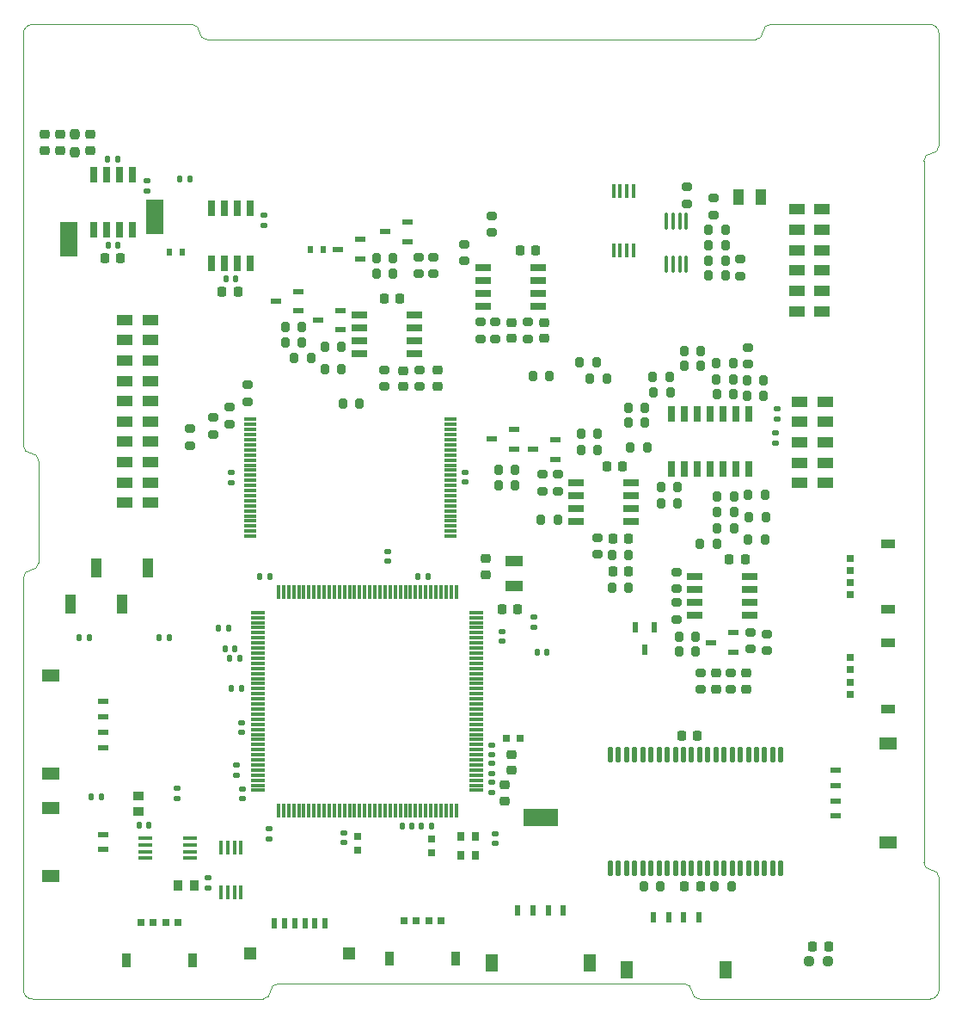
<source format=gtp>
%TF.GenerationSoftware,KiCad,Pcbnew,6.0.9*%
%TF.CreationDate,2023-07-28T14:51:24+03:00*%
%TF.ProjectId,obc-adcs-board,6f62632d-6164-4637-932d-626f6172642e,rev?*%
%TF.SameCoordinates,PX3e2df80PY83e4a60*%
%TF.FileFunction,Paste,Top*%
%TF.FilePolarity,Positive*%
%FSLAX46Y46*%
G04 Gerber Fmt 4.6, Leading zero omitted, Abs format (unit mm)*
G04 Created by KiCad (PCBNEW 6.0.9) date 2023-07-28 14:51:24*
%MOMM*%
%LPD*%
G01*
G04 APERTURE LIST*
G04 Aperture macros list*
%AMRoundRect*
0 Rectangle with rounded corners*
0 $1 Rounding radius*
0 $2 $3 $4 $5 $6 $7 $8 $9 X,Y pos of 4 corners*
0 Add a 4 corners polygon primitive as box body*
4,1,4,$2,$3,$4,$5,$6,$7,$8,$9,$2,$3,0*
0 Add four circle primitives for the rounded corners*
1,1,$1+$1,$2,$3*
1,1,$1+$1,$4,$5*
1,1,$1+$1,$6,$7*
1,1,$1+$1,$8,$9*
0 Add four rect primitives between the rounded corners*
20,1,$1+$1,$2,$3,$4,$5,0*
20,1,$1+$1,$4,$5,$6,$7,0*
20,1,$1+$1,$6,$7,$8,$9,0*
20,1,$1+$1,$8,$9,$2,$3,0*%
G04 Aperture macros list end*
%TA.AperFunction,Profile*%
%ADD10C,0.100000*%
%TD*%
%ADD11R,1.000000X0.600000*%
%ADD12R,1.800000X1.250000*%
%ADD13R,0.660000X0.650000*%
%ADD14R,0.850000X1.340000*%
%ADD15RoundRect,0.137500X0.137500X-0.625000X0.137500X0.625000X-0.137500X0.625000X-0.137500X-0.625000X0*%
%ADD16R,0.650000X1.528000*%
%ADD17RoundRect,0.200000X0.200000X0.275000X-0.200000X0.275000X-0.200000X-0.275000X0.200000X-0.275000X0*%
%ADD18RoundRect,0.200000X-0.200000X-0.275000X0.200000X-0.275000X0.200000X0.275000X-0.200000X0.275000X0*%
%ADD19R,0.620000X0.670000*%
%ADD20R,1.050000X0.600000*%
%ADD21RoundRect,0.140000X-0.140000X-0.170000X0.140000X-0.170000X0.140000X0.170000X-0.140000X0.170000X0*%
%ADD22R,1.500000X1.000000*%
%ADD23R,1.020000X0.940000*%
%ADD24RoundRect,0.200000X0.275000X-0.200000X0.275000X0.200000X-0.275000X0.200000X-0.275000X-0.200000X0*%
%ADD25R,0.940000X1.020000*%
%ADD26RoundRect,0.140000X-0.170000X0.140000X-0.170000X-0.140000X0.170000X-0.140000X0.170000X0.140000X0*%
%ADD27RoundRect,0.225000X-0.250000X0.225000X-0.250000X-0.225000X0.250000X-0.225000X0.250000X0.225000X0*%
%ADD28R,1.475000X0.300000*%
%ADD29R,0.300000X1.475000*%
%ADD30R,1.400000X0.450000*%
%ADD31RoundRect,0.135000X-0.135000X-0.185000X0.135000X-0.185000X0.135000X0.185000X-0.135000X0.185000X0*%
%ADD32RoundRect,0.135000X0.135000X0.185000X-0.135000X0.185000X-0.135000X-0.185000X0.135000X-0.185000X0*%
%ADD33RoundRect,0.225000X-0.225000X-0.250000X0.225000X-0.250000X0.225000X0.250000X-0.225000X0.250000X0*%
%ADD34R,0.800000X0.900000*%
%ADD35RoundRect,0.140000X0.140000X0.170000X-0.140000X0.170000X-0.140000X-0.170000X0.140000X-0.170000X0*%
%ADD36R,1.528000X0.650000*%
%ADD37RoundRect,0.200000X-0.275000X0.200000X-0.275000X-0.200000X0.275000X-0.200000X0.275000X0.200000X0*%
%ADD38RoundRect,0.135000X-0.185000X0.135000X-0.185000X-0.135000X0.185000X-0.135000X0.185000X0.135000X0*%
%ADD39RoundRect,0.140000X0.170000X-0.140000X0.170000X0.140000X-0.170000X0.140000X-0.170000X-0.140000X0*%
%ADD40R,1.020000X1.905000*%
%ADD41R,0.700000X0.650000*%
%ADD42R,0.600000X1.000000*%
%ADD43R,1.250000X1.800000*%
%ADD44R,0.450000X1.400000*%
%ADD45R,0.650000X1.525000*%
%ADD46RoundRect,0.237500X-0.237500X0.250000X-0.237500X-0.250000X0.237500X-0.250000X0.237500X0.250000X0*%
%ADD47R,1.800000X1.000000*%
%ADD48RoundRect,0.135000X0.185000X-0.135000X0.185000X0.135000X-0.185000X0.135000X-0.185000X-0.135000X0*%
%ADD49R,0.550000X1.000000*%
%ADD50R,1.260000X1.300000*%
%ADD51RoundRect,0.225000X0.225000X0.250000X-0.225000X0.250000X-0.225000X-0.250000X0.225000X-0.250000X0*%
%ADD52R,1.780000X3.430000*%
%ADD53RoundRect,0.100000X0.100000X-0.712500X0.100000X0.712500X-0.100000X0.712500X-0.100000X-0.712500X0*%
%ADD54RoundRect,0.225000X0.250000X-0.225000X0.250000X0.225000X-0.250000X0.225000X-0.250000X-0.225000X0*%
%ADD55R,0.650000X0.660000*%
%ADD56R,1.340000X0.850000*%
%ADD57R,1.300000X0.300000*%
%ADD58R,1.000000X1.500000*%
%ADD59R,0.600000X1.050000*%
%ADD60R,0.450000X1.475000*%
%ADD61RoundRect,0.237500X0.250000X0.237500X-0.250000X0.237500X-0.250000X-0.237500X0.250000X-0.237500X0*%
%ADD62R,3.430000X1.780000*%
%ADD63R,0.650000X0.700000*%
G04 APERTURE END LIST*
D10*
X1600000Y43065000D02*
X1600000Y53065000D01*
X66685000Y120000D02*
X89370000Y120000D01*
X850000Y42315000D02*
G75*
G03*
X100000Y41565000I0J-750000D01*
G01*
X65935000Y870000D02*
G75*
G03*
X65185000Y1620000I-750000J0D01*
G01*
X72185000Y94510000D02*
G75*
G03*
X72935000Y95260000I0J750000D01*
G01*
X90270000Y12065000D02*
X90270000Y1020000D01*
X850000Y42315000D02*
G75*
G03*
X1600000Y43065000I0J750000D01*
G01*
X25185000Y1620000D02*
G75*
G03*
X24435000Y870000I0J-750000D01*
G01*
X18185000Y94510000D02*
X72185000Y94510000D01*
X100000Y41565000D02*
X100000Y1010000D01*
X73685000Y96010000D02*
G75*
G03*
X72935000Y95260000I0J-750000D01*
G01*
X1000000Y96010000D02*
G75*
G03*
X100000Y95110000I0J-900000D01*
G01*
X100000Y1010000D02*
G75*
G03*
X1000000Y110000I900000J0D01*
G01*
X88770000Y13565000D02*
X88770000Y82565000D01*
X90270000Y12065000D02*
G75*
G03*
X89520000Y12815000I-750000J0D01*
G01*
X89520000Y83315000D02*
G75*
G03*
X88770000Y82565000I0J-750000D01*
G01*
X88770000Y13565000D02*
G75*
G03*
X89520000Y12815000I750000J0D01*
G01*
X25185000Y1620000D02*
X65185000Y1620000D01*
X73685000Y96010000D02*
X89370000Y96010000D01*
X89520000Y83315000D02*
G75*
G03*
X90270000Y84065000I0J750000D01*
G01*
X89370000Y120000D02*
G75*
G03*
X90270000Y1020000I0J900000D01*
G01*
X1600000Y53065000D02*
G75*
G03*
X850000Y53815000I-750000J0D01*
G01*
X23685000Y120000D02*
G75*
G03*
X24435000Y870000I0J750000D01*
G01*
X90270000Y95110000D02*
G75*
G03*
X89370000Y96010000I-900000J0D01*
G01*
X17435000Y95260000D02*
G75*
G03*
X18185000Y94510000I750000J0D01*
G01*
X100000Y54565000D02*
G75*
G03*
X850000Y53815000I750000J0D01*
G01*
X1000000Y96010000D02*
X16685000Y96010000D01*
X90270000Y95110000D02*
X90270000Y84065000D01*
X100000Y95110000D02*
X100000Y54565000D01*
X17435000Y95260000D02*
G75*
G03*
X16685000Y96010000I-750000J0D01*
G01*
X23685000Y120000D02*
X1000000Y110000D01*
X65935000Y870000D02*
G75*
G03*
X66685000Y120000I750000J0D01*
G01*
D11*
%TO.C,J13*%
X7990000Y16310000D03*
X7990000Y14810000D03*
D12*
X2800000Y12180000D03*
X2800000Y18940000D03*
%TD*%
D13*
%TO.C,J6*%
X37600000Y7825000D03*
X38800000Y7825000D03*
X40000000Y7825000D03*
X41200000Y7825000D03*
D14*
X36175000Y4120000D03*
X42625000Y4120000D03*
%TD*%
D15*
%TO.C,U7*%
X57900960Y12999279D03*
X58700960Y12999279D03*
X59500960Y12999279D03*
X60300960Y12999279D03*
X61100960Y12999279D03*
X61900960Y12999279D03*
X62700960Y12999279D03*
X63500960Y12999279D03*
X64300960Y12999279D03*
X65100960Y12999279D03*
X65900960Y12999279D03*
X66700960Y12999279D03*
X67500960Y12999279D03*
X68300960Y12999279D03*
X69100960Y12999279D03*
X69900960Y12999279D03*
X70700960Y12999279D03*
X71500960Y12999279D03*
X72300960Y12999279D03*
X73100960Y12999279D03*
X73900960Y12999279D03*
X74700960Y12999279D03*
X74700960Y24174279D03*
X73900960Y24174279D03*
X73100960Y24174279D03*
X72300960Y24174279D03*
X71500960Y24174279D03*
X70700960Y24174279D03*
X69900960Y24174279D03*
X69100960Y24174279D03*
X68300960Y24174279D03*
X67500960Y24174279D03*
X66700960Y24174279D03*
X65900960Y24174279D03*
X65100960Y24174279D03*
X64300960Y24174279D03*
X63500960Y24174279D03*
X62700960Y24174279D03*
X61900960Y24174279D03*
X61100960Y24174279D03*
X60300960Y24174279D03*
X59500960Y24174279D03*
X58700960Y24174279D03*
X57900960Y24174279D03*
%TD*%
D16*
%TO.C,U18*%
X6995000Y75789000D03*
X8265000Y75789000D03*
X9535000Y75789000D03*
X10805000Y75789000D03*
X10805000Y81211000D03*
X9535000Y81211000D03*
X8265000Y81211000D03*
X6995000Y81211000D03*
%TD*%
D17*
%TO.C,R65*%
X70075960Y49550000D03*
X68425960Y49550000D03*
%TD*%
D18*
%TO.C,R90*%
X46875960Y50700000D03*
X48525960Y50700000D03*
%TD*%
D19*
%TO.C,F11*%
X29625000Y73900000D03*
X28375000Y73900000D03*
%TD*%
D20*
%TO.C,Q8*%
X48400000Y54250000D03*
X48400000Y56150000D03*
X46200000Y55200000D03*
%TD*%
D17*
%TO.C,R83*%
X28425000Y63200000D03*
X26775000Y63200000D03*
%TD*%
%TO.C,R117*%
X68375000Y44900000D03*
X66725000Y44900000D03*
%TD*%
D21*
%TO.C,C45*%
X37420000Y17150000D03*
X38380000Y17150000D03*
%TD*%
D22*
%TO.C,J12*%
X76250000Y77800000D03*
X76250000Y75800000D03*
X76250000Y73800000D03*
X76250000Y71800000D03*
X76250000Y69800000D03*
X76250000Y67800000D03*
X78750000Y77800000D03*
X78750000Y75800000D03*
X78750000Y73800000D03*
X78750000Y71800000D03*
X78750000Y69800000D03*
X78750000Y67800000D03*
%TD*%
D23*
%TO.C,F13*%
X11400000Y20110000D03*
X11400000Y18530000D03*
%TD*%
D24*
%TO.C,R46*%
X65400000Y78375000D03*
X65400000Y80025000D03*
%TD*%
D25*
%TO.C,F14*%
X15360000Y11250000D03*
X16940000Y11250000D03*
%TD*%
D24*
%TO.C,R102*%
X49800960Y65075000D03*
X49800960Y66725000D03*
%TD*%
D26*
%TO.C,C59*%
X31700000Y16480000D03*
X31700000Y15520000D03*
%TD*%
D27*
%TO.C,C100*%
X6700000Y85175000D03*
X6700000Y83625000D03*
%TD*%
D28*
%TO.C,U16*%
X44703242Y20649040D03*
X44703242Y21149040D03*
X44703242Y21649040D03*
X44703242Y22149040D03*
X44703242Y22649040D03*
X44703242Y23149040D03*
X44703242Y23649040D03*
X44703242Y24149040D03*
X44703242Y24649040D03*
X44703242Y25149040D03*
X44703242Y25649040D03*
X44703242Y26149040D03*
X44703242Y26649040D03*
X44703242Y27149040D03*
X44703242Y27649040D03*
X44703242Y28149040D03*
X44703242Y28649040D03*
X44703242Y29149040D03*
X44703242Y29649040D03*
X44703242Y30149040D03*
X44703242Y30649040D03*
X44703242Y31149040D03*
X44703242Y31649040D03*
X44703242Y32149040D03*
X44703242Y32649040D03*
X44703242Y33149040D03*
X44703242Y33649040D03*
X44703242Y34149040D03*
X44703242Y34649040D03*
X44703242Y35149040D03*
X44703242Y35649040D03*
X44703242Y36149040D03*
X44703242Y36649040D03*
X44703242Y37149040D03*
X44703242Y37649040D03*
X44703242Y38149040D03*
D29*
X42715242Y40137040D03*
X42215242Y40137040D03*
X41715242Y40137040D03*
X41215242Y40137040D03*
X40715242Y40137040D03*
X40215242Y40137040D03*
X39715242Y40137040D03*
X39215242Y40137040D03*
X38715242Y40137040D03*
X38215242Y40137040D03*
X37715242Y40137040D03*
X37215242Y40137040D03*
X36715242Y40137040D03*
X36215242Y40137040D03*
X35715242Y40137040D03*
X35215242Y40137040D03*
X34715242Y40137040D03*
X34215242Y40137040D03*
X33715242Y40137040D03*
X33215242Y40137040D03*
X32715242Y40137040D03*
X32215242Y40137040D03*
X31715242Y40137040D03*
X31215242Y40137040D03*
X30715242Y40137040D03*
X30215242Y40137040D03*
X29715242Y40137040D03*
X29215242Y40137040D03*
X28715242Y40137040D03*
X28215242Y40137040D03*
X27715242Y40137040D03*
X27215242Y40137040D03*
X26715242Y40137040D03*
X26215242Y40137040D03*
X25715242Y40137040D03*
X25215242Y40137040D03*
D28*
X23227242Y38149040D03*
X23227242Y37649040D03*
X23227242Y37149040D03*
X23227242Y36649040D03*
X23227242Y36149040D03*
X23227242Y35649040D03*
X23227242Y35149040D03*
X23227242Y34649040D03*
X23227242Y34149040D03*
X23227242Y33649040D03*
X23227242Y33149040D03*
X23227242Y32649040D03*
X23227242Y32149040D03*
X23227242Y31649040D03*
X23227242Y31149040D03*
X23227242Y30649040D03*
X23227242Y30149040D03*
X23227242Y29649040D03*
X23227242Y29149040D03*
X23227242Y28649040D03*
X23227242Y28149040D03*
X23227242Y27649040D03*
X23227242Y27149040D03*
X23227242Y26649040D03*
X23227242Y26149040D03*
X23227242Y25649040D03*
X23227242Y25149040D03*
X23227242Y24649040D03*
X23227242Y24149040D03*
X23227242Y23649040D03*
X23227242Y23149040D03*
X23227242Y22649040D03*
X23227242Y22149040D03*
X23227242Y21649040D03*
X23227242Y21149040D03*
X23227242Y20649040D03*
D29*
X25215242Y18661040D03*
X25715242Y18661040D03*
X26215242Y18661040D03*
X26715242Y18661040D03*
X27215242Y18661040D03*
X27715242Y18661040D03*
X28215242Y18661040D03*
X28715242Y18661040D03*
X29215242Y18661040D03*
X29715242Y18661040D03*
X30215242Y18661040D03*
X30715242Y18661040D03*
X31215242Y18661040D03*
X31715242Y18661040D03*
X32215242Y18661040D03*
X32715242Y18661040D03*
X33215242Y18661040D03*
X33715242Y18661040D03*
X34215242Y18661040D03*
X34715242Y18661040D03*
X35215242Y18661040D03*
X35715242Y18661040D03*
X36215242Y18661040D03*
X36715242Y18661040D03*
X37215242Y18661040D03*
X37715242Y18661040D03*
X38215242Y18661040D03*
X38715242Y18661040D03*
X39215242Y18661040D03*
X39715242Y18661040D03*
X40215242Y18661040D03*
X40715242Y18661040D03*
X41215242Y18661040D03*
X41715242Y18661040D03*
X42215242Y18661040D03*
X42715242Y18661040D03*
%TD*%
D19*
%TO.C,F12*%
X15725000Y73600000D03*
X14475000Y73600000D03*
%TD*%
D24*
%TO.C,R101*%
X39125960Y60361779D03*
X39125960Y62011779D03*
%TD*%
D30*
%TO.C,U19*%
X16500000Y13975000D03*
X16500000Y14625000D03*
X16500000Y15275000D03*
X16500000Y15925000D03*
X12100000Y15925000D03*
X12100000Y15275000D03*
X12100000Y14625000D03*
X12100000Y13975000D03*
%TD*%
D18*
%TO.C,R56*%
X65175000Y62400000D03*
X66825000Y62400000D03*
%TD*%
D31*
%TO.C,R37*%
X19290000Y36600000D03*
X20310000Y36600000D03*
%TD*%
D32*
%TO.C,R130*%
X6600000Y35710000D03*
X5580000Y35710000D03*
%TD*%
D33*
%TO.C,C67*%
X69625000Y43350000D03*
X71175000Y43350000D03*
%TD*%
D34*
%TO.C,Y3*%
X44625000Y14275000D03*
X44625000Y16125000D03*
X43175000Y16125000D03*
X43175000Y14275000D03*
%TD*%
D35*
%TO.C,C64*%
X9380000Y74250000D03*
X8420000Y74250000D03*
%TD*%
D24*
%TO.C,R78*%
X40500000Y71475000D03*
X40500000Y73125000D03*
%TD*%
D17*
%TO.C,R59*%
X56650000Y54100000D03*
X55000000Y54100000D03*
%TD*%
D36*
%TO.C,IC2*%
X66189000Y41705000D03*
X66189000Y40435000D03*
X66189000Y39165000D03*
X66189000Y37895000D03*
X71611000Y37895000D03*
X71611000Y39165000D03*
X71611000Y40435000D03*
X71611000Y41705000D03*
%TD*%
D27*
%TO.C,C71*%
X37525960Y61961779D03*
X37525960Y60411779D03*
%TD*%
D20*
%TO.C,Q6*%
X31300000Y65950000D03*
X31300000Y67850000D03*
X29100000Y66900000D03*
%TD*%
D32*
%TO.C,R18*%
X9390000Y82760000D03*
X8370000Y82760000D03*
%TD*%
D37*
%TO.C,R3*%
X16500000Y56225000D03*
X16500000Y54575000D03*
%TD*%
D38*
%TO.C,R126*%
X74200000Y55860000D03*
X74200000Y54840000D03*
%TD*%
D24*
%TO.C,R99*%
X66800000Y30575000D03*
X66800000Y32225000D03*
%TD*%
D18*
%TO.C,R72*%
X62175000Y59800000D03*
X63825000Y59800000D03*
%TD*%
D39*
%TO.C,C60*%
X21625000Y26320000D03*
X21625000Y27280000D03*
%TD*%
D26*
%TO.C,C57*%
X46200000Y25130000D03*
X46200000Y24170000D03*
%TD*%
D40*
%TO.C,J15*%
X12370000Y42518000D03*
X9830000Y38962000D03*
X7290000Y42518000D03*
X4750000Y38962000D03*
%TD*%
D37*
%TO.C,R79*%
X39000000Y73125000D03*
X39000000Y71475000D03*
%TD*%
D27*
%TO.C,C98*%
X2200000Y85175000D03*
X2200000Y83625000D03*
%TD*%
D18*
%TO.C,R55*%
X54875000Y62800000D03*
X56525000Y62800000D03*
%TD*%
D41*
%TO.C,FL6*%
X33000000Y14725000D03*
X33000000Y16075000D03*
%TD*%
D17*
%TO.C,R67*%
X70025000Y59600000D03*
X68375000Y59600000D03*
%TD*%
D37*
%TO.C,R75*%
X64400000Y42125000D03*
X64400000Y40475000D03*
%TD*%
%TO.C,R119*%
X46200000Y77175000D03*
X46200000Y75525000D03*
%TD*%
%TO.C,R81*%
X43550000Y74375000D03*
X43550000Y72725000D03*
%TD*%
D26*
%TO.C,C62*%
X46250000Y21430000D03*
X46250000Y20470000D03*
%TD*%
D18*
%TO.C,R52*%
X59675000Y56800000D03*
X61325000Y56800000D03*
%TD*%
D37*
%TO.C,R40*%
X68100000Y78925000D03*
X68100000Y77275000D03*
%TD*%
D35*
%TO.C,C58*%
X40280000Y17150000D03*
X39320000Y17150000D03*
%TD*%
D42*
%TO.C,J10*%
X48790000Y8820000D03*
X50290000Y8820000D03*
X51790000Y8820000D03*
X53290000Y8820000D03*
D43*
X46185000Y3630000D03*
X55895000Y3630000D03*
%TD*%
D37*
%TO.C,R77*%
X51200000Y51725000D03*
X51200000Y50075000D03*
%TD*%
D17*
%TO.C,R63*%
X57525000Y61200000D03*
X55875000Y61200000D03*
%TD*%
D24*
%TO.C,R80*%
X56600000Y43875000D03*
X56600000Y45525000D03*
%TD*%
D38*
%TO.C,R48*%
X24300000Y16910000D03*
X24300000Y15890000D03*
%TD*%
D37*
%TO.C,R6*%
X22200000Y60525000D03*
X22200000Y58875000D03*
%TD*%
D18*
%TO.C,R64*%
X62075000Y61300000D03*
X63725000Y61300000D03*
%TD*%
D44*
%TO.C,U20*%
X21525000Y15000000D03*
X20875000Y15000000D03*
X20225000Y15000000D03*
X19575000Y15000000D03*
X19575000Y10600000D03*
X20225000Y10600000D03*
X20875000Y10600000D03*
X21525000Y10600000D03*
%TD*%
D18*
%TO.C,R91*%
X34875000Y71500000D03*
X36525000Y71500000D03*
%TD*%
D45*
%TO.C,IC6*%
X63890000Y52288000D03*
X65160000Y52288000D03*
X66430000Y52288000D03*
X67700000Y52288000D03*
X68970000Y52288000D03*
X70240000Y52288000D03*
X71510000Y52288000D03*
X71510000Y57712000D03*
X70240000Y57712000D03*
X68970000Y57712000D03*
X67700000Y57712000D03*
X66430000Y57712000D03*
X65160000Y57712000D03*
X63890000Y57712000D03*
%TD*%
D46*
%TO.C,R129*%
X5200000Y85212500D03*
X5200000Y83387500D03*
%TD*%
D17*
%TO.C,R58*%
X73225000Y47550000D03*
X71575000Y47550000D03*
%TD*%
D31*
%TO.C,R38*%
X20590000Y30700000D03*
X21610000Y30700000D03*
%TD*%
D20*
%TO.C,Q10*%
X27200000Y67850000D03*
X27200000Y69750000D03*
X25000000Y68800000D03*
%TD*%
D18*
%TO.C,R2*%
X68175000Y11200000D03*
X69825000Y11200000D03*
%TD*%
D37*
%TO.C,R85*%
X64400000Y39125000D03*
X64400000Y37475000D03*
%TD*%
D33*
%TO.C,C43*%
X47225000Y38500000D03*
X48775000Y38500000D03*
%TD*%
D18*
%TO.C,R84*%
X31575000Y58700000D03*
X33225000Y58700000D03*
%TD*%
D20*
%TO.C,Q5*%
X37900000Y74650000D03*
X37900000Y76550000D03*
X35700000Y75600000D03*
%TD*%
D17*
%TO.C,R68*%
X66825960Y63900000D03*
X65175960Y63900000D03*
%TD*%
D47*
%TO.C,Y4*%
X48400000Y40750000D03*
X48400000Y43250000D03*
%TD*%
D48*
%TO.C,R124*%
X23800000Y76190000D03*
X23800000Y77210000D03*
%TD*%
%TO.C,R47*%
X21100000Y22130000D03*
X21100000Y23150000D03*
%TD*%
D31*
%TO.C,R13*%
X15510000Y80790000D03*
X16530000Y80790000D03*
%TD*%
D20*
%TO.C,Q3*%
X70050960Y34250000D03*
X70050960Y36150000D03*
X67850960Y35200000D03*
%TD*%
D49*
%TO.C,J16*%
X24820000Y7575000D03*
X25820000Y7575000D03*
X26820000Y7575000D03*
X27820000Y7575000D03*
X28820000Y7575000D03*
X29820000Y7575000D03*
D50*
X22445000Y4585000D03*
X32195000Y4585000D03*
%TD*%
D35*
%TO.C,C55*%
X21380000Y33650000D03*
X20420000Y33650000D03*
%TD*%
D27*
%TO.C,C72*%
X48200960Y66675000D03*
X48200960Y65125000D03*
%TD*%
D17*
%TO.C,R62*%
X73000960Y61000000D03*
X71350960Y61000000D03*
%TD*%
D51*
%TO.C,C27*%
X66475000Y26000000D03*
X64925000Y26000000D03*
%TD*%
D27*
%TO.C,C77*%
X71300000Y32175000D03*
X71300000Y30625000D03*
%TD*%
D37*
%TO.C,R73*%
X71700000Y36225000D03*
X71700000Y34575000D03*
%TD*%
D18*
%TO.C,R95*%
X34875000Y73000000D03*
X36525000Y73000000D03*
%TD*%
D38*
%TO.C,R127*%
X74300000Y58210000D03*
X74300000Y57190000D03*
%TD*%
D18*
%TO.C,R93*%
X64675000Y35800000D03*
X66325000Y35800000D03*
%TD*%
D35*
%TO.C,C52*%
X24340000Y41690000D03*
X23380000Y41690000D03*
%TD*%
D52*
%TO.C,TP22*%
X4600000Y74900000D03*
%TD*%
D18*
%TO.C,R89*%
X64675000Y34300000D03*
X66325000Y34300000D03*
%TD*%
D53*
%TO.C,U8*%
X63425000Y72387500D03*
X64075000Y72387500D03*
X64725000Y72387500D03*
X65375000Y72387500D03*
X65375000Y76612500D03*
X64725000Y76612500D03*
X64075000Y76612500D03*
X63425000Y76612500D03*
%TD*%
D18*
%TO.C,R100*%
X58075000Y40600000D03*
X59725000Y40600000D03*
%TD*%
D51*
%TO.C,C95*%
X21225000Y69750000D03*
X19675000Y69750000D03*
%TD*%
D17*
%TO.C,R104*%
X59725000Y43800000D03*
X58075000Y43800000D03*
%TD*%
D35*
%TO.C,C54*%
X20930000Y34600000D03*
X19970000Y34600000D03*
%TD*%
D54*
%TO.C,C75*%
X40900000Y60425000D03*
X40900000Y61975000D03*
%TD*%
D35*
%TO.C,C50*%
X39930000Y41650000D03*
X38970000Y41650000D03*
%TD*%
D33*
%TO.C,C70*%
X35600000Y69050000D03*
X37150000Y69050000D03*
%TD*%
D55*
%TO.C,J3*%
X81565000Y30100000D03*
X81565000Y31300000D03*
X81565000Y32500000D03*
X81565000Y33700000D03*
D56*
X85270000Y28675000D03*
X85270000Y35125000D03*
%TD*%
D41*
%TO.C,FL4*%
X40300000Y14475000D03*
X40300000Y15825000D03*
%TD*%
D11*
%TO.C,J11*%
X7965000Y29370000D03*
X7965000Y27870000D03*
X7965000Y26370000D03*
X7965000Y24870000D03*
D12*
X2775000Y31975000D03*
X2775000Y22265000D03*
%TD*%
D51*
%TO.C,C78*%
X59675000Y45400000D03*
X58125000Y45400000D03*
%TD*%
D17*
%TO.C,R42*%
X69225000Y75800000D03*
X67575000Y75800000D03*
%TD*%
D18*
%TO.C,R44*%
X67575000Y74300000D03*
X69225000Y74300000D03*
%TD*%
D52*
%TO.C,TP12*%
X13000000Y77110000D03*
%TD*%
D27*
%TO.C,C56*%
X47500000Y21175000D03*
X47500000Y19625000D03*
%TD*%
D37*
%TO.C,R41*%
X70700000Y72925000D03*
X70700000Y71275000D03*
%TD*%
D18*
%TO.C,R60*%
X62875000Y48900000D03*
X64525000Y48900000D03*
%TD*%
D16*
%TO.C,U17*%
X18595000Y72489000D03*
X19865000Y72489000D03*
X21135000Y72489000D03*
X22405000Y72489000D03*
X22405000Y77911000D03*
X21135000Y77911000D03*
X19865000Y77911000D03*
X18595000Y77911000D03*
%TD*%
D39*
%TO.C,C66*%
X18250000Y11070000D03*
X18250000Y12030000D03*
%TD*%
D18*
%TO.C,R96*%
X25875000Y66200000D03*
X27525000Y66200000D03*
%TD*%
D17*
%TO.C,R43*%
X69225000Y71300000D03*
X67575000Y71300000D03*
%TD*%
D18*
%TO.C,R54*%
X68350960Y61100000D03*
X70000960Y61100000D03*
%TD*%
D57*
%TO.C,IC1*%
X22465242Y57149040D03*
X22465242Y56649040D03*
X22465242Y56149040D03*
X22465242Y55649040D03*
X22465242Y55149040D03*
X22465242Y54649040D03*
X22465242Y54149040D03*
X22465242Y53649040D03*
X22465242Y53149040D03*
X22465242Y52649040D03*
X22465242Y52149040D03*
X22465242Y51649040D03*
X22465242Y51149040D03*
X22465242Y50649040D03*
X22465242Y50149040D03*
X22465242Y49649040D03*
X22465242Y49149040D03*
X22465242Y48649040D03*
X22465242Y48149040D03*
X22465242Y47649040D03*
X22465242Y47149040D03*
X22465242Y46649040D03*
X22465242Y46149040D03*
X22465242Y45649040D03*
X42165242Y45649040D03*
X42165242Y46149040D03*
X42165242Y46649040D03*
X42165242Y47149040D03*
X42165242Y47649040D03*
X42165242Y48149040D03*
X42165242Y48649040D03*
X42165242Y49149040D03*
X42165242Y49649040D03*
X42165242Y50149040D03*
X42165242Y50649040D03*
X42165242Y51149040D03*
X42165242Y51649040D03*
X42165242Y52149040D03*
X42165242Y52649040D03*
X42165242Y53149040D03*
X42165242Y53649040D03*
X42165242Y54149040D03*
X42165242Y54649040D03*
X42165242Y55149040D03*
X42165242Y55649040D03*
X42165242Y56149040D03*
X42165242Y56649040D03*
X42165242Y57149040D03*
%TD*%
D18*
%TO.C,R86*%
X51075000Y47300000D03*
X52725000Y47300000D03*
%TD*%
%TO.C,R92*%
X25875000Y64700000D03*
X27525000Y64700000D03*
%TD*%
D58*
%TO.C,F5*%
X72700000Y79000000D03*
X70500000Y79000000D03*
%TD*%
D26*
%TO.C,C61*%
X21700000Y20780000D03*
X21700000Y19820000D03*
%TD*%
D22*
%TO.C,J17*%
X12595000Y48940000D03*
X12595000Y50940000D03*
X12595000Y52940000D03*
X12595000Y54940000D03*
X12595000Y56940000D03*
X12595000Y58940000D03*
X12595000Y60940000D03*
X12595000Y62940000D03*
X12595000Y64940000D03*
X12595000Y66940000D03*
X10095000Y48940000D03*
X10095000Y50940000D03*
X10095000Y52940000D03*
X10095000Y54940000D03*
X10095000Y56940000D03*
X10095000Y58940000D03*
X10095000Y60940000D03*
X10095000Y62940000D03*
X10095000Y64940000D03*
X10095000Y66940000D03*
%TD*%
D32*
%TO.C,R131*%
X7750000Y20050000D03*
X6730000Y20050000D03*
%TD*%
D24*
%TO.C,R74*%
X73300000Y34375000D03*
X73300000Y36025000D03*
%TD*%
D18*
%TO.C,R118*%
X55000000Y55700000D03*
X56650000Y55700000D03*
%TD*%
D33*
%TO.C,C69*%
X49025000Y73750000D03*
X50575000Y73750000D03*
%TD*%
D18*
%TO.C,R88*%
X29775000Y62100000D03*
X31425000Y62100000D03*
%TD*%
D13*
%TO.C,J4*%
X11700000Y7635000D03*
X12900000Y7635000D03*
X14100000Y7635000D03*
X15300000Y7635000D03*
D14*
X10275000Y3930000D03*
X16725000Y3930000D03*
%TD*%
D24*
%TO.C,R61*%
X71475960Y62575000D03*
X71475960Y64225000D03*
%TD*%
D11*
%TO.C,J14*%
X80080000Y18130000D03*
X80080000Y19630000D03*
X80080000Y21130000D03*
X80080000Y22630000D03*
D12*
X85270000Y15525000D03*
X85270000Y25235000D03*
%TD*%
D18*
%TO.C,R1*%
X61175960Y11200000D03*
X62825960Y11200000D03*
%TD*%
D48*
%TO.C,R125*%
X12260000Y79650000D03*
X12260000Y80670000D03*
%TD*%
D59*
%TO.C,Q7*%
X62250000Y36700000D03*
X60350000Y36700000D03*
X61300000Y34500000D03*
%TD*%
D22*
%TO.C,J7*%
X76550000Y58900000D03*
X76550000Y56900000D03*
X76550000Y54900000D03*
X76550000Y52900000D03*
X76550000Y50900000D03*
X79050000Y58900000D03*
X79050000Y56900000D03*
X79050000Y54900000D03*
X79050000Y52900000D03*
X79050000Y50900000D03*
%TD*%
D18*
%TO.C,R53*%
X68325960Y62700000D03*
X69975960Y62700000D03*
%TD*%
%TO.C,R45*%
X67575000Y72800000D03*
X69225000Y72800000D03*
%TD*%
%TO.C,R120*%
X50275000Y61400000D03*
X51925000Y61400000D03*
%TD*%
D54*
%TO.C,C76*%
X51400000Y65125000D03*
X51400000Y66675000D03*
%TD*%
D33*
%TO.C,C74*%
X58125000Y42200000D03*
X59675000Y42200000D03*
%TD*%
D17*
%TO.C,R71*%
X73000960Y59500000D03*
X71350960Y59500000D03*
%TD*%
D20*
%TO.C,Q9*%
X33300000Y72950000D03*
X33300000Y74850000D03*
X31100000Y73900000D03*
%TD*%
D37*
%TO.C,R4*%
X18800000Y57325000D03*
X18800000Y55675000D03*
%TD*%
D18*
%TO.C,R50*%
X68425000Y48000000D03*
X70075000Y48000000D03*
%TD*%
%TO.C,R51*%
X59675000Y58300000D03*
X61325000Y58300000D03*
%TD*%
D39*
%TO.C,C46*%
X47200000Y35320000D03*
X47200000Y36280000D03*
%TD*%
D26*
%TO.C,C2*%
X43600000Y51930000D03*
X43600000Y50970000D03*
%TD*%
D51*
%TO.C,C97*%
X79375000Y5300000D03*
X77825000Y5300000D03*
%TD*%
D54*
%TO.C,C73*%
X68300000Y30625000D03*
X68300000Y32175000D03*
%TD*%
D55*
%TO.C,J2*%
X81565000Y39900000D03*
X81565000Y41100000D03*
X81565000Y42300000D03*
X81565000Y43500000D03*
D56*
X85270000Y38475000D03*
X85270000Y44925000D03*
%TD*%
D24*
%TO.C,R87*%
X45100000Y65075000D03*
X45100000Y66725000D03*
%TD*%
%TO.C,R76*%
X52700000Y50075000D03*
X52700000Y51725000D03*
%TD*%
D31*
%TO.C,R12*%
X13430000Y35710000D03*
X14450000Y35710000D03*
%TD*%
D60*
%TO.C,Q1*%
X60175000Y79638000D03*
X59525000Y79638000D03*
X58875000Y79638000D03*
X58225000Y79638000D03*
X58225000Y73762000D03*
X58875000Y73762000D03*
X59525000Y73762000D03*
X60175000Y73762000D03*
%TD*%
D27*
%TO.C,C102*%
X3700000Y85175000D03*
X3700000Y83625000D03*
%TD*%
D33*
%TO.C,C68*%
X57525000Y52550000D03*
X59075000Y52550000D03*
%TD*%
D39*
%TO.C,C48*%
X46250000Y22320000D03*
X46250000Y23280000D03*
%TD*%
D17*
%TO.C,R66*%
X61525000Y54400000D03*
X59875000Y54400000D03*
%TD*%
D37*
%TO.C,R98*%
X46600000Y66725000D03*
X46600000Y65075000D03*
%TD*%
D26*
%TO.C,C93*%
X46600000Y16380000D03*
X46600000Y15420000D03*
%TD*%
D42*
%TO.C,J9*%
X62140000Y8145000D03*
X63640000Y8145000D03*
X65140000Y8145000D03*
X66640000Y8145000D03*
D43*
X59535000Y2955000D03*
X69245000Y2955000D03*
%TD*%
D39*
%TO.C,C51*%
X50400000Y36720000D03*
X50400000Y37680000D03*
%TD*%
D61*
%TO.C,R128*%
X79312500Y3800000D03*
X77487500Y3800000D03*
%TD*%
D54*
%TO.C,C49*%
X48200000Y22635000D03*
X48200000Y24185000D03*
%TD*%
D37*
%TO.C,R5*%
X20400000Y58325000D03*
X20400000Y56675000D03*
%TD*%
D39*
%TO.C,C53*%
X36000000Y43220000D03*
X36000000Y44180000D03*
%TD*%
D62*
%TO.C,TP3*%
X51050000Y18000000D03*
%TD*%
D21*
%TO.C,C65*%
X11520000Y17250000D03*
X12480000Y17250000D03*
%TD*%
D38*
%TO.C,C1*%
X20600000Y51910000D03*
X20600000Y50890000D03*
%TD*%
D17*
%TO.C,R82*%
X31425000Y64300000D03*
X29775000Y64300000D03*
%TD*%
D54*
%TO.C,C44*%
X45660000Y41880000D03*
X45660000Y43430000D03*
%TD*%
D36*
%TO.C,IC4*%
X45389000Y72105000D03*
X45389000Y70835000D03*
X45389000Y69565000D03*
X45389000Y68295000D03*
X50811000Y68295000D03*
X50811000Y69565000D03*
X50811000Y70835000D03*
X50811000Y72105000D03*
%TD*%
D18*
%TO.C,R49*%
X68425000Y46450000D03*
X70075000Y46450000D03*
%TD*%
%TO.C,R70*%
X62875000Y50450000D03*
X64525000Y50450000D03*
%TD*%
D35*
%TO.C,C63*%
X20980000Y71000000D03*
X20020000Y71000000D03*
%TD*%
D21*
%TO.C,C47*%
X50720000Y34250000D03*
X51680000Y34250000D03*
%TD*%
D18*
%TO.C,R94*%
X46875960Y52200000D03*
X48525960Y52200000D03*
%TD*%
D36*
%TO.C,IC3*%
X54489000Y50905000D03*
X54489000Y49635000D03*
X54489000Y48365000D03*
X54489000Y47095000D03*
X59911000Y47095000D03*
X59911000Y48365000D03*
X59911000Y49635000D03*
X59911000Y50905000D03*
%TD*%
D37*
%TO.C,R97*%
X35600000Y62025000D03*
X35600000Y60375000D03*
%TD*%
%TO.C,R103*%
X69800000Y32225000D03*
X69800000Y30575000D03*
%TD*%
D33*
%TO.C,C25*%
X65225000Y11200000D03*
X66775000Y11200000D03*
%TD*%
D51*
%TO.C,C96*%
X9675000Y73000000D03*
X8125000Y73000000D03*
%TD*%
D17*
%TO.C,R69*%
X73105000Y49740000D03*
X71455000Y49740000D03*
%TD*%
D20*
%TO.C,Q4*%
X52450960Y53230779D03*
X52450960Y55130779D03*
X50250960Y54180779D03*
%TD*%
D18*
%TO.C,R57*%
X71475000Y45350000D03*
X73125000Y45350000D03*
%TD*%
D48*
%TO.C,R7*%
X15210000Y19850000D03*
X15210000Y20870000D03*
%TD*%
D36*
%TO.C,IC5*%
X33189000Y67405000D03*
X33189000Y66135000D03*
X33189000Y64865000D03*
X33189000Y63595000D03*
X38611000Y63595000D03*
X38611000Y64865000D03*
X38611000Y66135000D03*
X38611000Y67405000D03*
%TD*%
D63*
%TO.C,FL5*%
X48975000Y25800000D03*
X47625000Y25800000D03*
%TD*%
M02*

</source>
